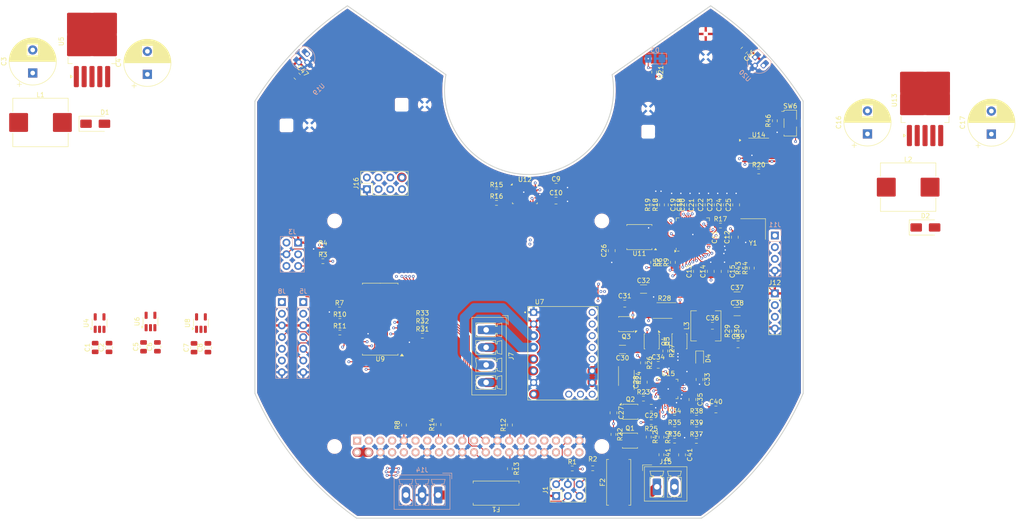
<source format=kicad_pcb>
(kicad_pcb
	(version 20240108)
	(generator "pcbnew")
	(generator_version "8.0")
	(general
		(thickness 1.6)
		(legacy_teardrops no)
	)
	(paper "A4")
	(layers
		(0 "F.Cu" signal)
		(1 "In1.Cu" signal)
		(2 "In2.Cu" signal)
		(31 "B.Cu" signal)
		(32 "B.Adhes" user "B.Adhesive")
		(33 "F.Adhes" user "F.Adhesive")
		(34 "B.Paste" user)
		(35 "F.Paste" user)
		(36 "B.SilkS" user "B.Silkscreen")
		(37 "F.SilkS" user "F.Silkscreen")
		(38 "B.Mask" user)
		(39 "F.Mask" user)
		(40 "Dwgs.User" user "User.Drawings")
		(41 "Cmts.User" user "User.Comments")
		(42 "Eco1.User" user "User.Eco1")
		(43 "Eco2.User" user "User.Eco2")
		(44 "Edge.Cuts" user)
		(45 "Margin" user)
		(46 "B.CrtYd" user "B.Courtyard")
		(47 "F.CrtYd" user "F.Courtyard")
		(48 "B.Fab" user)
		(49 "F.Fab" user)
		(50 "User.1" user)
		(51 "User.2" user)
		(52 "User.3" user)
		(53 "User.4" user)
		(54 "User.5" user)
		(55 "User.6" user)
		(56 "User.7" user)
		(57 "User.8" user)
		(58 "User.9" user)
	)
	(setup
		(stackup
			(layer "F.SilkS"
				(type "Top Silk Screen")
			)
			(layer "F.Paste"
				(type "Top Solder Paste")
			)
			(layer "F.Mask"
				(type "Top Solder Mask")
				(thickness 0.01)
			)
			(layer "F.Cu"
				(type "copper")
				(thickness 0.035)
			)
			(layer "dielectric 1"
				(type "prepreg")
				(thickness 0.1)
				(material "FR4")
				(epsilon_r 4.5)
				(loss_tangent 0.02)
			)
			(layer "In1.Cu"
				(type "copper")
				(thickness 0.035)
			)
			(layer "dielectric 2"
				(type "core")
				(thickness 1.24)
				(material "FR4")
				(epsilon_r 4.5)
				(loss_tangent 0.02)
			)
			(layer "In2.Cu"
				(type "copper")
				(thickness 0.035)
			)
			(layer "dielectric 3"
				(type "prepreg")
				(thickness 0.1)
				(material "FR4")
				(epsilon_r 4.5)
				(loss_tangent 0.02)
			)
			(layer "B.Cu"
				(type "copper")
				(thickness 0.035)
			)
			(layer "B.Mask"
				(type "Bottom Solder Mask")
				(thickness 0.01)
			)
			(layer "B.Paste"
				(type "Bottom Solder Paste")
			)
			(layer "B.SilkS"
				(type "Bottom Silk Screen")
			)
			(copper_finish "None")
			(dielectric_constraints no)
		)
		(pad_to_mask_clearance 0)
		(allow_soldermask_bridges_in_footprints no)
		(pcbplotparams
			(layerselection 0x00010fc_ffffffff)
			(plot_on_all_layers_selection 0x0000000_00000000)
			(disableapertmacros no)
			(usegerberextensions no)
			(usegerberattributes yes)
			(usegerberadvancedattributes yes)
			(creategerberjobfile yes)
			(dashed_line_dash_ratio 12.000000)
			(dashed_line_gap_ratio 3.000000)
			(svgprecision 4)
			(plotframeref no)
			(viasonmask no)
			(mode 1)
			(useauxorigin no)
			(hpglpennumber 1)
			(hpglpenspeed 20)
			(hpglpendiameter 15.000000)
			(pdf_front_fp_property_popups yes)
			(pdf_back_fp_property_popups yes)
			(dxfpolygonmode yes)
			(dxfimperialunits yes)
			(dxfusepcbnewfont yes)
			(psnegative no)
			(psa4output no)
			(plotreference yes)
			(plotvalue yes)
			(plotfptext yes)
			(plotinvisibletext no)
			(sketchpadsonfab no)
			(subtractmaskfromsilk no)
			(outputformat 1)
			(mirror no)
			(drillshape 1)
			(scaleselection 1)
			(outputdirectory "")
		)
	)
	(net 0 "")
	(net 1 "+5V")
	(net 2 "-BATT")
	(net 3 "Net-(M1-+)")
	(net 4 "VBUS")
	(net 5 "Net-(J5-Pin_2)")
	(net 6 "Net-(J8-Pin_2)")
	(net 7 "Net-(U12-CAP)")
	(net 8 "+3.3V")
	(net 9 "Net-(C11-Pad2)")
	(net 10 "Net-(U10-XIN)")
	(net 11 "Net-(U10-VREG_VOUT)")
	(net 12 "Net-(D1-K)")
	(net 13 "Net-(D2-K)")
	(net 14 "Bumper-F-R")
	(net 15 "US-Dist-Echo-Front")
	(net 16 "US-Dist-Trig-Front")
	(net 17 "Bumper-F-L")
	(net 18 "Bumper-B-R")
	(net 19 "US-Dist-Echo-Back")
	(net 20 "US-Dist-Trig-Back")
	(net 21 "Bumper-B-L")
	(net 22 "BottleDoor-UserButton-1")
	(net 23 "BottleDoor-Contact-1")
	(net 24 "BottleDoor-User-LED-1")
	(net 25 "BottleDoor-ServoPWM-1")
	(net 26 "Net-(J7-Pin_3)")
	(net 27 "Net-(J7-Pin_4)")
	(net 28 "Net-(J7-Pin_2)")
	(net 29 "Net-(J7-Pin_1)")
	(net 30 "BottleDoor-UserButton-2")
	(net 31 "BottleDoor-Contact-2")
	(net 32 "BottleDoor-User-LED-2")
	(net 33 "BottleDoor-ServoPWM-2")
	(net 34 "Net-(Q1-G)")
	(net 35 "Net-(Q2-D)")
	(net 36 "Net-(U15-ACN)")
	(net 37 "ChargeArm-PowerSwitch")
	(net 38 "unconnected-(U4-~{FLG}-Pad3)")
	(net 39 "unconnected-(U4-GND-Pad2)")
	(net 40 "unconnected-(U6-GND-Pad2)")
	(net 41 "BottleDoor-PowerSwitch-1")
	(net 42 "unconnected-(U6-~{FLG}-Pad3)")
	(net 43 "unconnected-(U8-GND-Pad2)")
	(net 44 "BottleDoor-PowerSwitch-2")
	(net 45 "unconnected-(U8-~{FLG}-Pad3)")
	(net 46 "unconnected-(U9-IO0_3-Pad7)")
	(net 47 "I2C-SCL")
	(net 48 "unconnected-(U9-IO1_0-Pad13)")
	(net 49 "Net-(U15-ACP)")
	(net 50 "unconnected-(U9-IO0_6-Pad10)")
	(net 51 "Net-(U1-GPIO22{slash}SDIO_CLK)")
	(net 52 "unconnected-(U9-IO0_7-Pad11)")
	(net 53 "Net-(U15-VCC)")
	(net 54 "I2C-SDA")
	(net 55 "Net-(Q3-D)")
	(net 56 "unconnected-(U10-GPIO22-Pad34)")
	(net 57 "Net-(U10-XOUT)")
	(net 58 "unconnected-(U10-GPIO18-Pad29)")
	(net 59 "unconnected-(U10-GPIO28_ADC2-Pad40)")
	(net 60 "Motor-SpreadChop")
	(net 61 "Net-(Q3-G)")
	(net 62 "TrackMagnetDetect1")
	(net 63 "Net-(U10-QSPI_SS)")
	(net 64 "TrackMagnetDetect2")
	(net 65 "Motor-EN")
	(net 66 "Net-(U10-USB_DM)")
	(net 67 "Net-(D4-A)")
	(net 68 "Motor-DIAG")
	(net 69 "unconnected-(U10-GPIO13-Pad16)")
	(net 70 "unconnected-(U10-GPIO17-Pad28)")
	(net 71 "unconnected-(U10-GPIO20-Pad31)")
	(net 72 "Net-(U10-QSPI_SD0)")
	(net 73 "unconnected-(U10-GPIO23-Pad35)")
	(net 74 "MotionC-RST")
	(net 75 "Net-(U10-QSPI_SD2)")
	(net 76 "Motor-1Wire-UART")
	(net 77 "unconnected-(U10-GPIO24-Pad36)")
	(net 78 "Net-(U10-QSPI_SD3)")
	(net 79 "Net-(U10-GPIO0)")
	(net 80 "Net-(U10-QSPI_SD1)")
	(net 81 "unconnected-(U10-GPIO19-Pad30)")
	(net 82 "Net-(U10-QSPI_SCLK)")
	(net 83 "Motor-Dir")
	(net 84 "Motor-IDX")
	(net 85 "Net-(U10-USB_DP)")
	(net 86 "unconnected-(U10-GPIO21-Pad32)")
	(net 87 "unconnected-(U10-SWCLK-Pad24)")
	(net 88 "Net-(D4-K)")
	(net 89 "unconnected-(U10-GPIO16-Pad27)")
	(net 90 "unconnected-(U10-SWD-Pad25)")
	(net 91 "Motor-Step")
	(net 92 "unconnected-(U10-GPIO29_ADC3-Pad41)")
	(net 93 "DrivePermission")
	(net 94 "Net-(Q5-D)")
	(net 95 "unconnected-(U12-PIN15-Pad15)")
	(net 96 "unconnected-(U12-PIN22-Pad22)")
	(net 97 "unconnected-(U12-PIN24-Pad24)")
	(net 98 "unconnected-(U12-BL_IND-Pad10)")
	(net 99 "unconnected-(U12-XIN32-Pad27)")
	(net 100 "Net-(U12-~{BOOT_LOAD_PIN})")
	(net 101 "unconnected-(U12-PIN23-Pad23)")
	(net 102 "Net-(U12-~{RESET})")
	(net 103 "unconnected-(U12-PIN12-Pad12)")
	(net 104 "unconnected-(U12-PIN7-Pad7)")
	(net 105 "unconnected-(U12-PIN1-Pad1)")
	(net 106 "unconnected-(U12-PIN13-Pad13)")
	(net 107 "IMU-INT")
	(net 108 "unconnected-(U12-PIN21-Pad21)")
	(net 109 "unconnected-(U12-PIN8-Pad8)")
	(net 110 "unconnected-(U12-XOUT32-Pad26)")
	(net 111 "unconnected-(U12-PIN16-Pad16)")
	(net 112 "Net-(U15-SRN)")
	(net 113 "PowerMonAlert")
	(net 114 "Net-(U15-SRP)")
	(net 115 "unconnected-(U14-NC-Pad13)")
	(net 116 "Net-(C37-Pad1)")
	(net 117 "Net-(C39-Pad2)")
	(net 118 "Net-(U15-TTC)")
	(net 119 "VCC")
	(net 120 "Net-(D3-A)")
	(net 121 "/DATA")
	(net 122 "/RST")
	(net 123 "/DC")
	(net 124 "/CLK")
	(net 125 "/CS")
	(net 126 "USB_D-")
	(net 127 "USB_D+")
	(net 128 "unconnected-(J11-Pin_1-Pad1)")
	(net 129 "Net-(L3-Pad2)")
	(net 130 "+VDC")
	(net 131 "Net-(Q2-S-Pad1)")
	(net 132 "Net-(Q4-G)")
	(net 133 "Net-(Q5-G)")
	(net 134 "MotionC-BootOpt")
	(net 135 "Net-(U10-GPIO25)")
	(net 136 "Net-(U15-~{ACDRV})")
	(net 137 "Net-(U15-~{BATDRV})")
	(net 138 "ChargerStat1")
	(net 139 "ChargerStat2")
	(net 140 "ChargerStatPG")
	(net 141 "Net-(U15-ISET2)")
	(net 142 "Net-(U15-ISET1)")
	(net 143 "Net-(U15-ACSET)")
	(net 144 "+BATT")
	(net 145 "Net-(U15-TS)")
	(net 146 "I2C-SDA-MC")
	(net 147 "I2C-SCL-MC")
	(net 148 "Net-(SW6-A)")
	(net 149 "Net-(U14-VBUS)")
	(net 150 "unconnected-(U1-SDA_I2C1{slash}GPIO02-Pad3)")
	(net 151 "unconnected-(U1-3V3-Pad1)")
	(net 152 "unconnected-(U1-~{CE1}_SPI0{slash}GPIO07-Pad26)")
	(net 153 "Net-(SW6-B)")
	(net 154 "unconnected-(U1-SCL_I2C1{slash}GPIO03-Pad5)")
	(net 155 "unconnected-(U1-GPIO15{slash}UART_RXD-Pad10)")
	(net 156 "ChargeArm-ServoPWM")
	(net 157 "unconnected-(U1-GPCLK2{slash}GPIO06-Pad31)")
	(net 158 "unconnected-(U1-MISO_SPI0{slash}GPIO09-Pad21)")
	(net 159 "unconnected-(U1-3V3-Pad1)_1")
	(net 160 "unconnected-(U7-PDN-Pad11)")
	(net 161 "unconnected-(U1-GPIO16{slash}SPI1_~{CE2}-Pad36)")
	(net 162 "Net-(F1-Pad1)")
	(net 163 "Net-(Q1-D)")
	(net 164 "Earth")
	(net 165 "Net-(J14-Pin_3)")
	(net 166 "Net-(U15-CE)")
	(net 167 "unconnected-(J16-Pin_7-Pad7)")
	(footprint "Package_TO_SOT_SMD:SOT-23-5_HandSoldering" (layer "F.Cu") (at 85.905343 97.579657 90))
	(footprint "Capacitor_SMD:C_0805_2012Metric" (layer "F.Cu") (at 76.455343 102.729657 90))
	(footprint "Resistor_SMD:R_0603_1608Metric_Pad0.98x0.95mm_HandSolder" (layer "F.Cu") (at 112.377843 81.619657))
	(footprint "Capacitor_SMD:C_0805_2012Metric" (layer "F.Cu") (at 199.565343 86.342157 -90))
	(footprint "Inductor_SMD:L_Sunlord_MWSA1005S" (layer "F.Cu") (at 239.4 68.04))
	(footprint "Diode_SMD:D_SMA" (layer "F.Cu") (at 243.1425 76.8))
	(footprint "Package_SO:SOIC-8_5.23x5.23mm_P1.27mm" (layer "F.Cu") (at 181.065343 78.892157 180))
	(footprint "Capacitor_THT:CP_Radial_D10.0mm_P5.00mm" (layer "F.Cu") (at 49.39 43.24 90))
	(footprint "Connector_Phoenix_MC:PhoenixContact_MCV_1,5_4-G-3.81_1x04_P3.81mm_Vertical" (layer "F.Cu") (at 147.805343 99.049657 -90))
	(footprint "Resistor_SMD:R_0603_1608Metric_Pad0.98x0.95mm_HandSolder" (layer "F.Cu") (at 116.052843 99.629657))
	(footprint "Capacitor_SMD:C_1206_3216Metric_Pad1.33x1.80mm_HandSolder" (layer "F.Cu") (at 177.395343 103.309657 180))
	(footprint "Package_TO_SOT_SMD:SOT-23-5_HandSoldering" (layer "F.Cu") (at 74.955343 97.229657 90))
	(footprint "Capacitor_SMD:C_0805_2012Metric" (layer "F.Cu") (at 162.965343 67.957157))
	(footprint "Resistor_SMD:R_0603_1608Metric_Pad0.98x0.95mm_HandSolder" (layer "F.Cu") (at 185.855343 122.359657 -90))
	(footprint "Resistor_SMD:R_0603_1608Metric_Pad0.98x0.95mm_HandSolder" (layer "F.Cu") (at 150.052843 68.957157))
	(footprint "Capacitor_SMD:C_0805_2012Metric" (layer "F.Cu") (at 183.655343 115.969657 180))
	(footprint "Package_SO:Vishay_PowerPAK_1212-8_Single" (layer "F.Cu") (at 183.739093 101.554657 -90))
	(footprint "Capacitor_SMD:C_0805_2012Metric" (layer "F.Cu") (at 162.965343 70.967157))
	(footprint "Package_DFN_QFN:VQFN-24-1EP_4x4mm_P0.5mm_EP2.45x2.45mm" (layer "F.Cu") (at 187.325343 111.887157))
	(footprint "Capacitor_SMD:C_0805_2012Metric" (layer "F.Cu") (at 84.405343 102.929657 90))
	(footprint "Inductor_SMD:L_Sunlord_MWSA1005S" (layer "F.Cu") (at 51.08 53.99))
	(footprint "Capacitor_SMD:C_0805_2012Metric" (layer "F.Cu") (at 106.793592 43.957906 -45))
	(footprint "Package_TO_SOT_SMD:TO-263-5_TabPin3" (layer "F.Cu") (at 243.065 49.185 90))
	(footprint "Capacitor_SMD:C_0805_2012Metric" (layer "F.Cu") (at 192.065343 71.892158 90))
	(footprint "Capacitor_SMD:C_0805_2012Metric" (layer "F.Cu") (at 190.065343 71.892158 90))
	(footprint "Package_TO_SOT_SMD:TO-263-5_TabPin3" (layer "F.Cu") (at 62.255 36.375 90))
	(footprint "Resistor_SMD:R_0603_1608Metric_Pad0.98x0.95mm_HandSolder"
		(layer "F.Cu")
		(uuid "3aaf855f-df3f-42b1-ab02-868ce72452dc")
		(at 201.625344 99.319657 90)
		(descr "Resistor SMD 0603 (1608 Metric), square (rectangular) end terminal, IPC_7351 nominal with elongated pad for handsoldering. (Body size source: IPC-SM-782 page 72, https://www.pcb-3d.com/wordpress/wp-content/uploads/ipc-sm-782a_amendment_1_and_2.pdf), generated with kicad-footprint-generator")
		(tags "resistor handsolder")
		(property "Reference" "R29"
			(at 0 -1.43 90)
			(layer "F.SilkS")
			(uuid "8fce765d-eeb0-4c19-95c2-4efa20c6fed7")
			(effects
				(font
					(size 1 1)
					(thickness 0.15)
				)
			)
		)
		(property "Value" "500k"
			(at 0 1.43 90)
			(layer "F.Fab")
			(uuid "3816ba00-8efb-483d-8013-2b9a0f99c57d")
			(effects
				(font
					(size 1 1)
					(thickness 0.15)
				)
			)
		)
		(property "Footprint" "Resistor_SMD:R_0603_1608Metric_Pad0.98x0.95mm_HandSolder"
			(at 0 0 90)
			(unlocked yes)
			(layer "F.Fab")
			(hide yes)
			(uuid "6ffea6a4-b7d5-40fb-a4eb-7b48d09d013a")
			(effects
				(font
					(size 1.27 1.27)
					(thickness 0.15)
				)
			)
		)
		(property "Datasheet" ""
			(at 0 0 90)
			(unlocked yes)
			(layer "F.Fab")
			(hide yes)
			(uuid "e67b9126-9940-487b-bb86-9cfd45b547da")
			(effects
				(font
					(size 1.27 1.27)
					(thickness 0.15)
				)
			)
		)
		(property "Description" "Resistor"
			(at 0 0 90)
			(unlocked yes)
			(layer "F.Fab")
			(hide yes)
			(uuid "8cee330f-0cdc-495c-84cf-99bb0f78667f")
			(effects
				(font
					(size 1.27 1.27)
					(thickness 0.15)
				)
			)
		)
		(property ki_fp_filters "R_*")
		(path "/69a8a158-9d4c-480b-97c8-39828b09f9ef")
		(sheetname "Stammblatt")
		(sheetfile "monorail.kicad_sch")
		(attr smd)
		(fp_line
			(start -0.254724 -0.5225)
			(end 0.254724 -0.5225)
			(str
... [1639911 chars truncated]
</source>
